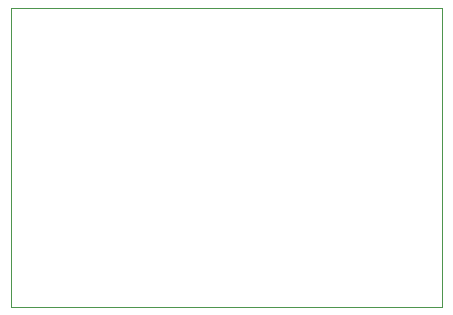
<source format=gbr>
%TF.GenerationSoftware,KiCad,Pcbnew,(6.0.2)*%
%TF.CreationDate,2022-03-07T20:15:47-06:00*%
%TF.ProjectId,RFID_board,52464944-5f62-46f6-9172-642e6b696361,rev?*%
%TF.SameCoordinates,Original*%
%TF.FileFunction,Profile,NP*%
%FSLAX46Y46*%
G04 Gerber Fmt 4.6, Leading zero omitted, Abs format (unit mm)*
G04 Created by KiCad (PCBNEW (6.0.2)) date 2022-03-07 20:15:47*
%MOMM*%
%LPD*%
G01*
G04 APERTURE LIST*
%TA.AperFunction,Profile*%
%ADD10C,0.100000*%
%TD*%
G04 APERTURE END LIST*
D10*
X103275000Y-86625000D02*
X139750000Y-86625000D01*
X139750000Y-86625000D02*
X139750000Y-111950000D01*
X139750000Y-111950000D02*
X103275000Y-111950000D01*
X103275000Y-111950000D02*
X103275000Y-86625000D01*
M02*

</source>
